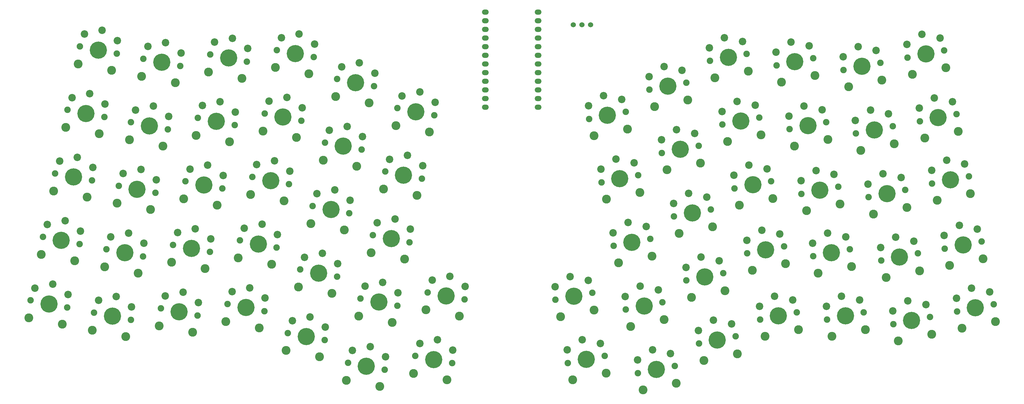
<source format=gbr>
%TF.GenerationSoftware,KiCad,Pcbnew,7.0.1-0*%
%TF.CreationDate,2024-04-27T23:40:22-07:00*%
%TF.ProjectId,swing-atreus,7377696e-672d-4617-9472-6575732e6b69,rev?*%
%TF.SameCoordinates,Original*%
%TF.FileFunction,Soldermask,Bot*%
%TF.FilePolarity,Negative*%
%FSLAX46Y46*%
G04 Gerber Fmt 4.6, Leading zero omitted, Abs format (unit mm)*
G04 Created by KiCad (PCBNEW 7.0.1-0) date 2024-04-27 23:40:22*
%MOMM*%
%LPD*%
G01*
G04 APERTURE LIST*
%ADD10C,2.200000*%
%ADD11C,1.900000*%
%ADD12C,2.600000*%
%ADD13C,5.050000*%
%ADD14C,1.524000*%
%ADD15O,2.000000X1.500000*%
G04 APERTURE END LIST*
D10*
%TO.C,SW54*%
X315496195Y-72062533D03*
X320805030Y-73169905D03*
X311086921Y-75058914D03*
D11*
X322020918Y-76804684D03*
D12*
X322503230Y-81906387D03*
D13*
X316621968Y-77854133D03*
D12*
X312696498Y-83863558D03*
D11*
X311223018Y-78903582D03*
%TD*%
D10*
%TO.C,SW2*%
X240765745Y-86435853D03*
X246074580Y-87543225D03*
X236356471Y-89432234D03*
D11*
X247290468Y-91178004D03*
D12*
X247772780Y-96279707D03*
D13*
X241891518Y-92227453D03*
D12*
X237966048Y-98236878D03*
D11*
X236492568Y-93276902D03*
%TD*%
D10*
%TO.C,SW35*%
X244415657Y-105081999D03*
X249724492Y-106189371D03*
X240006383Y-108078380D03*
D11*
X250940380Y-109824150D03*
D12*
X251422692Y-114925853D03*
D13*
X245541430Y-110873599D03*
D12*
X241615960Y-116883024D03*
D11*
X240142480Y-111923048D03*
%TD*%
D10*
%TO.C,SW36*%
X247967405Y-123747227D03*
X253276240Y-124854599D03*
X243558131Y-126743608D03*
D11*
X254492128Y-128489378D03*
D12*
X254974440Y-133591081D03*
D13*
X249093178Y-129538827D03*
D12*
X245167708Y-135548252D03*
D11*
X243694228Y-130588276D03*
%TD*%
D10*
%TO.C,SW37*%
X251548465Y-142432224D03*
X256857300Y-143539596D03*
X247139191Y-145428605D03*
D11*
X258073188Y-147174375D03*
D12*
X258555500Y-152276078D03*
D13*
X252674238Y-148223824D03*
D12*
X248748768Y-154233249D03*
D11*
X247275288Y-149273273D03*
%TD*%
%TO.C,SW39*%
X254233751Y-84709314D03*
D12*
X255707231Y-89669290D03*
D13*
X259632701Y-83659865D03*
D12*
X265513963Y-87712119D03*
D11*
X265031651Y-82610416D03*
D10*
X254097654Y-80864646D03*
X263815763Y-78975637D03*
X258506928Y-77868265D03*
%TD*%
D11*
%TO.C,SW40*%
X257893892Y-103277068D03*
D12*
X259367372Y-108237044D03*
D13*
X263292842Y-102227619D03*
D12*
X269174104Y-106279873D03*
D11*
X268691792Y-101178170D03*
D10*
X257757795Y-99432400D03*
X267475904Y-97543391D03*
X262167069Y-96436019D03*
%TD*%
D11*
%TO.C,SW41*%
X261450411Y-121966836D03*
D12*
X262923891Y-126926812D03*
D13*
X266849361Y-120917387D03*
D12*
X272730623Y-124969641D03*
D11*
X272248311Y-119867938D03*
D10*
X261314314Y-118122168D03*
X271032423Y-116233159D03*
X265723588Y-115125787D03*
%TD*%
%TO.C,SW38*%
X255129525Y-161117222D03*
X260438360Y-162224594D03*
X250720251Y-164113603D03*
D11*
X261654248Y-165859373D03*
D12*
X262136560Y-170961076D03*
D13*
X256255298Y-166908822D03*
D12*
X252329828Y-172918247D03*
D11*
X250856348Y-167958271D03*
%TD*%
%TO.C,SW42*%
X265099633Y-140740456D03*
D12*
X266573113Y-145700432D03*
D13*
X270498583Y-139691007D03*
D12*
X276379845Y-143743261D03*
D11*
X275897533Y-138641558D03*
D10*
X264963536Y-136895788D03*
X274681645Y-135006779D03*
X269372810Y-133899407D03*
%TD*%
D11*
%TO.C,SW43*%
X268755005Y-159283669D03*
D12*
X270228485Y-164243645D03*
D13*
X274153955Y-158234220D03*
D12*
X280035217Y-162286474D03*
D11*
X279552905Y-157184771D03*
D10*
X268618908Y-155439001D03*
X278337017Y-153549992D03*
X273028182Y-152442620D03*
%TD*%
%TO.C,SW44*%
X276267191Y-69398840D03*
X281576026Y-70506212D03*
X271857917Y-72395221D03*
D11*
X282791914Y-74140991D03*
D12*
X283274226Y-79242694D03*
D13*
X277392964Y-75190440D03*
D12*
X273467494Y-81199865D03*
D11*
X271994014Y-76239889D03*
%TD*%
D10*
%TO.C,SW45*%
X279955954Y-88113838D03*
X285264789Y-89221210D03*
X275546680Y-91110219D03*
D11*
X286480677Y-92855989D03*
D12*
X286962989Y-97957692D03*
D13*
X281081727Y-93905438D03*
D12*
X277156257Y-99914863D03*
D11*
X275682777Y-94954887D03*
%TD*%
D10*
%TO.C,SW47*%
X287208708Y-125950106D03*
X292517543Y-127057478D03*
X282799434Y-128946487D03*
D11*
X293733431Y-130692257D03*
D12*
X294215743Y-135793960D03*
D13*
X288334481Y-131741706D03*
D12*
X284409011Y-137751131D03*
D11*
X282935531Y-132791155D03*
%TD*%
%TO.C,SW48*%
X286708779Y-152202833D03*
D12*
X288182259Y-157162809D03*
D13*
X292107729Y-151153384D03*
D12*
X297988991Y-155205638D03*
D11*
X297506679Y-150103935D03*
D10*
X286572682Y-148358165D03*
X296290791Y-146469156D03*
X290981956Y-145361784D03*
%TD*%
%TO.C,SW49*%
X295798531Y-70695916D03*
X301107366Y-71803288D03*
X291389257Y-73692297D03*
D11*
X302323254Y-75438067D03*
D12*
X302805566Y-80539770D03*
D13*
X296924304Y-76487516D03*
D12*
X292998834Y-82496941D03*
D11*
X291525354Y-77536965D03*
%TD*%
D10*
%TO.C,SW46*%
X283468162Y-106837687D03*
X288776997Y-107945059D03*
X279058888Y-109834068D03*
D11*
X289992885Y-111579838D03*
D12*
X290475197Y-116681541D03*
D13*
X284593935Y-112629287D03*
D12*
X280668465Y-118638712D03*
D11*
X279194985Y-113678736D03*
%TD*%
D10*
%TO.C,SW50*%
X299624308Y-89460685D03*
X304933143Y-90568057D03*
X295215034Y-92457066D03*
D11*
X306149031Y-94202836D03*
D12*
X306631343Y-99304539D03*
D13*
X300750081Y-95252285D03*
D12*
X296824611Y-101261710D03*
D11*
X295351131Y-96301734D03*
%TD*%
D10*
%TO.C,SW51*%
X303139907Y-108464022D03*
X308448742Y-109571394D03*
X298730633Y-111460403D03*
D11*
X309664630Y-113206173D03*
D12*
X310146942Y-118307876D03*
D13*
X304265680Y-114255622D03*
D12*
X300340210Y-120265047D03*
D11*
X298866730Y-115305071D03*
%TD*%
D10*
%TO.C,SW52*%
X306551250Y-126799990D03*
X311860085Y-127907362D03*
X302141976Y-129796371D03*
D11*
X313075973Y-131542141D03*
D12*
X313558285Y-136643844D03*
D13*
X307677023Y-132591590D03*
D12*
X303751553Y-138601015D03*
D11*
X302278073Y-133641039D03*
%TD*%
D10*
%TO.C,SW53*%
X310642894Y-145360272D03*
X315951729Y-146467644D03*
X306233620Y-148356653D03*
D11*
X317167617Y-150102423D03*
D12*
X317649929Y-155204126D03*
D13*
X311768667Y-151151872D03*
D12*
X307843197Y-157161297D03*
D11*
X306369717Y-152201321D03*
%TD*%
D10*
%TO.C,SW55*%
X319121566Y-90713449D03*
X324430401Y-91820821D03*
X314712292Y-93709830D03*
D11*
X325646289Y-95455600D03*
D12*
X326128601Y-100557303D03*
D13*
X320247339Y-96505049D03*
D12*
X316321869Y-102514474D03*
D11*
X314848389Y-97554498D03*
%TD*%
D10*
%TO.C,SW56*%
X322834870Y-109423677D03*
X328143705Y-110531049D03*
X318425596Y-112420058D03*
D11*
X329359593Y-114165828D03*
D12*
X329841905Y-119267531D03*
D13*
X323960643Y-115215277D03*
D12*
X320035173Y-121224702D03*
D11*
X318561693Y-116264726D03*
%TD*%
D10*
%TO.C,SW57*%
X326533862Y-128060283D03*
X331842697Y-129167655D03*
X322124588Y-131056664D03*
D11*
X333058585Y-132802434D03*
D12*
X333540897Y-137904137D03*
D13*
X327659635Y-133851883D03*
D12*
X323734165Y-139861308D03*
D11*
X322260685Y-134901332D03*
%TD*%
D10*
%TO.C,SW58*%
X330085611Y-146725510D03*
X335394446Y-147832882D03*
X325676337Y-149721891D03*
D11*
X336610334Y-151467661D03*
D12*
X337092646Y-156569364D03*
D13*
X331211384Y-152517110D03*
D12*
X327285914Y-158526535D03*
D11*
X325812434Y-153566559D03*
%TD*%
D10*
%TO.C,SW59*%
X334269815Y-68413311D03*
X339578650Y-69520683D03*
X329860541Y-71409692D03*
D11*
X340794538Y-73155462D03*
D12*
X341276850Y-78257165D03*
D13*
X335395588Y-74204911D03*
D12*
X331470118Y-80214336D03*
D11*
X329996638Y-75254360D03*
%TD*%
D10*
%TO.C,SW60*%
X337880186Y-87118079D03*
X343189021Y-88225451D03*
X333470912Y-90114460D03*
D11*
X344404909Y-91860230D03*
D12*
X344887221Y-96961933D03*
D13*
X339005959Y-92909679D03*
D12*
X335080489Y-98919104D03*
D11*
X333607009Y-93959128D03*
%TD*%
D10*
%TO.C,SW61*%
X341487855Y-105415885D03*
X346796690Y-106523257D03*
X337078581Y-108412266D03*
D11*
X348012578Y-110158036D03*
D12*
X348494890Y-115259739D03*
D13*
X342613628Y-111207485D03*
D12*
X338688158Y-117216910D03*
D11*
X337214678Y-112256934D03*
%TD*%
D10*
%TO.C,SW63*%
X348795839Y-143012206D03*
X354104674Y-144119578D03*
X344386565Y-146008587D03*
D11*
X355320562Y-147754357D03*
D12*
X355802874Y-152856060D03*
D13*
X349921612Y-148803806D03*
D12*
X345996142Y-154813231D03*
D11*
X344522662Y-149853255D03*
%TD*%
D10*
%TO.C,SW64*%
X230927219Y-139589719D03*
X236236054Y-140697091D03*
X226517945Y-142586100D03*
D11*
X237451942Y-144331870D03*
D12*
X237934254Y-149433573D03*
D13*
X232052992Y-145381319D03*
D12*
X228127522Y-151390744D03*
D11*
X226654042Y-146430768D03*
%TD*%
D10*
%TO.C,SW65*%
X234538279Y-158167013D03*
X239847114Y-159274385D03*
X230129005Y-161163394D03*
D11*
X241063002Y-162909164D03*
D12*
X241545314Y-168010867D03*
D13*
X235664052Y-163958613D03*
D12*
X231738582Y-169968038D03*
D11*
X230265102Y-165008062D03*
%TD*%
D10*
%TO.C,SW62*%
X345203860Y-124533075D03*
X350512695Y-125640447D03*
X340794586Y-127529456D03*
D11*
X351728583Y-129275226D03*
D12*
X352210895Y-134376929D03*
D13*
X346329633Y-130324675D03*
D12*
X342404163Y-136334100D03*
D11*
X340930683Y-131374124D03*
%TD*%
D14*
%TO.C,SW1*%
X236915000Y-65602500D03*
X234375000Y-65602500D03*
X231835000Y-65602500D03*
%TD*%
D11*
%TO.C,SW3*%
X87008716Y-71983052D03*
D12*
X86516864Y-77133836D03*
D13*
X92407666Y-73032501D03*
D12*
X96342676Y-78992845D03*
D11*
X97806616Y-74081950D03*
D10*
X88322767Y-68367354D03*
X98040876Y-70256363D03*
X93533439Y-67240901D03*
%TD*%
D11*
%TO.C,SW4*%
X83383345Y-90633968D03*
D12*
X82891493Y-95784752D03*
D13*
X88782295Y-91683417D03*
D12*
X92717305Y-97643761D03*
D11*
X94181245Y-92732866D03*
D10*
X84697396Y-87018270D03*
X94415505Y-88907279D03*
X89908068Y-85891817D03*
%TD*%
D11*
%TO.C,SW5*%
X79757975Y-109284885D03*
D12*
X79266123Y-114435669D03*
D13*
X85156925Y-110334334D03*
D12*
X89091935Y-116294678D03*
D11*
X90555875Y-111383783D03*
D10*
X81072026Y-105669187D03*
X90790135Y-107558196D03*
X86282698Y-104542734D03*
%TD*%
D11*
%TO.C,SW6*%
X76132604Y-127935801D03*
D12*
X75640752Y-133086585D03*
D13*
X81531554Y-128985250D03*
D12*
X85466564Y-134945594D03*
D11*
X86930504Y-130034699D03*
D10*
X77446655Y-124320103D03*
X87164764Y-126209112D03*
X82657327Y-123193650D03*
%TD*%
D11*
%TO.C,SW7*%
X72507233Y-146586718D03*
D12*
X72015381Y-151737502D03*
D13*
X77906183Y-147636167D03*
D12*
X81841193Y-153596511D03*
D11*
X83305133Y-148685616D03*
D10*
X73821284Y-142971020D03*
X83539393Y-144860029D03*
X79031956Y-141844567D03*
%TD*%
D11*
%TO.C,SW8*%
X105659633Y-75608423D03*
D12*
X105167781Y-80759207D03*
D13*
X111058583Y-76657872D03*
D12*
X114993593Y-82618216D03*
D11*
X116457533Y-77707321D03*
D10*
X106973684Y-71992725D03*
X116691793Y-73881734D03*
X112184356Y-70866272D03*
%TD*%
D11*
%TO.C,SW9*%
X102034262Y-94259339D03*
D12*
X101542410Y-99410123D03*
D13*
X107433212Y-95308788D03*
D12*
X111368222Y-101269132D03*
D11*
X112832162Y-96358237D03*
D10*
X103348313Y-90643641D03*
X113066422Y-92532650D03*
X108558985Y-89517188D03*
%TD*%
D11*
%TO.C,SW10*%
X98408891Y-112910256D03*
D12*
X97917039Y-118061040D03*
D13*
X103807841Y-113959705D03*
D12*
X107742851Y-119920049D03*
D11*
X109206791Y-115009154D03*
D10*
X99722942Y-109294558D03*
X109441051Y-111183567D03*
X104933614Y-108168105D03*
%TD*%
D11*
%TO.C,SW11*%
X94783520Y-131561172D03*
D12*
X94291668Y-136711956D03*
D13*
X100182470Y-132610621D03*
D12*
X104117480Y-138570965D03*
D11*
X105581420Y-133660070D03*
D10*
X96097571Y-127945474D03*
X105815680Y-129834483D03*
X101308243Y-126819021D03*
%TD*%
D11*
%TO.C,SW12*%
X91158149Y-150212089D03*
D12*
X90666297Y-155362873D03*
D13*
X96557099Y-151261538D03*
D12*
X100492109Y-157221882D03*
D11*
X101956049Y-152310987D03*
D10*
X92472200Y-146596391D03*
X102190309Y-148485400D03*
X97682872Y-145469938D03*
%TD*%
D11*
%TO.C,SW13*%
X125264594Y-74325658D03*
D12*
X124772742Y-79476442D03*
D13*
X130663544Y-75375107D03*
D12*
X134598554Y-81335451D03*
D11*
X136062494Y-76424556D03*
D10*
X126578645Y-70709960D03*
X136296754Y-72598969D03*
X131789317Y-69583507D03*
%TD*%
D11*
%TO.C,SW14*%
X121639223Y-92976574D03*
D12*
X121147371Y-98127358D03*
D13*
X127038173Y-94026023D03*
D12*
X130973183Y-99986367D03*
D11*
X132437123Y-95075472D03*
D10*
X122953274Y-89360876D03*
X132671383Y-91249885D03*
X128163946Y-88234423D03*
%TD*%
D11*
%TO.C,SW15*%
X118013853Y-111627491D03*
D12*
X117522001Y-116778275D03*
D13*
X123412803Y-112676940D03*
D12*
X127347813Y-118637284D03*
D11*
X128811753Y-113726389D03*
D10*
X119327904Y-108011793D03*
X129046013Y-109900802D03*
X124538576Y-106885340D03*
%TD*%
D11*
%TO.C,SW16*%
X114388482Y-130278407D03*
D12*
X113896630Y-135429191D03*
D13*
X119787432Y-131327856D03*
D12*
X123722442Y-137288200D03*
D11*
X125186382Y-132377305D03*
D10*
X115702533Y-126662709D03*
X125420642Y-128551718D03*
X120913205Y-125536256D03*
%TD*%
D11*
%TO.C,SW17*%
X110763111Y-148929324D03*
D12*
X110271259Y-154080108D03*
D13*
X116162061Y-149978773D03*
D12*
X120097071Y-155939117D03*
D11*
X121561011Y-151028222D03*
D10*
X112077162Y-145313626D03*
X121795271Y-147202635D03*
X117287834Y-144187173D03*
%TD*%
D11*
%TO.C,SW18*%
X144869556Y-73042893D03*
D12*
X144377704Y-78193677D03*
D13*
X150268506Y-74092342D03*
D12*
X154203516Y-80052686D03*
D11*
X155667456Y-75141791D03*
D10*
X146183607Y-69427195D03*
X155901716Y-71316204D03*
X151394279Y-68300742D03*
%TD*%
D11*
%TO.C,SW19*%
X141244185Y-91693809D03*
D12*
X140752333Y-96844593D03*
D13*
X146643135Y-92743258D03*
D12*
X150578145Y-98703602D03*
D11*
X152042085Y-93792707D03*
D10*
X142558236Y-88078111D03*
X152276345Y-89967120D03*
X147768908Y-86951658D03*
%TD*%
D11*
%TO.C,SW20*%
X137618814Y-110344726D03*
D12*
X137126962Y-115495510D03*
D13*
X143017764Y-111394175D03*
D12*
X146952774Y-117354519D03*
D11*
X148416714Y-112443624D03*
D10*
X138932865Y-106729028D03*
X148650974Y-108618037D03*
X144143537Y-105602575D03*
%TD*%
D11*
%TO.C,SW21*%
X133993443Y-128995642D03*
D12*
X133501591Y-134146426D03*
D13*
X139392393Y-130045091D03*
D12*
X143327403Y-136005435D03*
D11*
X144791343Y-131094540D03*
D10*
X135307494Y-125379944D03*
X145025603Y-127268953D03*
X140518166Y-124253491D03*
%TD*%
D11*
%TO.C,SW22*%
X130368072Y-147646559D03*
D12*
X129876220Y-152797343D03*
D13*
X135767022Y-148696008D03*
D12*
X139702032Y-154656352D03*
D11*
X141165972Y-149745457D03*
D10*
X131682123Y-144030861D03*
X141400232Y-145919870D03*
X136892795Y-142904408D03*
%TD*%
D11*
%TO.C,SW23*%
X162566427Y-81576400D03*
D12*
X162074575Y-86727184D03*
D13*
X167965377Y-82625849D03*
D12*
X171900387Y-88586193D03*
D11*
X173364327Y-83675298D03*
D10*
X163880478Y-77960702D03*
X173598587Y-79849711D03*
X169091150Y-76834249D03*
%TD*%
D11*
%TO.C,SW24*%
X158941056Y-100227316D03*
D12*
X158449204Y-105378100D03*
D13*
X164340006Y-101276765D03*
D12*
X168275016Y-107237109D03*
D11*
X169738956Y-102326214D03*
D10*
X160255107Y-96611618D03*
X169973216Y-98500627D03*
X165465779Y-95485165D03*
%TD*%
D11*
%TO.C,SW25*%
X155315685Y-118878233D03*
D12*
X154823833Y-124029017D03*
D13*
X160714635Y-119927682D03*
D12*
X164649645Y-125888026D03*
D11*
X166113585Y-120977131D03*
D10*
X156629736Y-115262535D03*
X166347845Y-117151544D03*
X161840408Y-114136082D03*
%TD*%
D11*
%TO.C,SW26*%
X151690315Y-137529149D03*
D12*
X151198463Y-142679933D03*
D13*
X157089265Y-138578598D03*
D12*
X161024275Y-144538942D03*
D11*
X162488215Y-139628047D03*
D10*
X153004366Y-133913451D03*
X162722475Y-135802460D03*
X158215038Y-132786998D03*
%TD*%
D11*
%TO.C,SW27*%
X148064944Y-156180066D03*
D12*
X147573092Y-161330850D03*
D13*
X153463894Y-157229515D03*
D12*
X157398904Y-163189859D03*
D11*
X158862844Y-158278964D03*
D10*
X149378995Y-152564368D03*
X159097104Y-154453377D03*
X154589667Y-151437915D03*
%TD*%
D11*
%TO.C,SW28*%
X180263299Y-90109906D03*
D12*
X179771447Y-95260690D03*
D13*
X185662249Y-91159355D03*
D12*
X189597259Y-97119699D03*
D11*
X191061199Y-92208804D03*
D10*
X181577350Y-86494208D03*
X191295459Y-88383217D03*
X186788022Y-85367755D03*
%TD*%
D11*
%TO.C,SW29*%
X176637928Y-108760823D03*
D12*
X176146076Y-113911607D03*
D13*
X182036878Y-109810272D03*
D12*
X185971888Y-115770616D03*
D11*
X187435828Y-110859721D03*
D10*
X177951979Y-105145125D03*
X187670088Y-107034134D03*
X183162651Y-104018672D03*
%TD*%
D11*
%TO.C,SW30*%
X173012557Y-127411739D03*
D12*
X172520705Y-132562523D03*
D13*
X178411507Y-128461188D03*
D12*
X182346517Y-134421532D03*
D11*
X183810457Y-129510637D03*
D10*
X174326608Y-123796041D03*
X184044717Y-125685050D03*
X179537280Y-122669588D03*
%TD*%
D11*
%TO.C,SW31*%
X169387186Y-146062656D03*
D12*
X168895334Y-151213440D03*
D13*
X174786136Y-147112105D03*
D12*
X178721146Y-153072449D03*
D11*
X180185086Y-148161554D03*
D10*
X170701237Y-142446958D03*
X180419346Y-144335967D03*
X175911909Y-141320505D03*
%TD*%
D11*
%TO.C,SW32*%
X165723654Y-164909898D03*
D12*
X165231802Y-170060682D03*
D13*
X171122604Y-165959347D03*
D12*
X175057614Y-171919691D03*
D11*
X176521554Y-167008796D03*
D10*
X167037705Y-161294200D03*
X176755814Y-163183209D03*
X172248377Y-160167747D03*
%TD*%
D11*
%TO.C,SW33*%
X189121633Y-144244766D03*
D12*
X188629781Y-149395550D03*
D13*
X194520583Y-145294215D03*
D12*
X198455593Y-151254559D03*
D11*
X199919533Y-146343664D03*
D10*
X190435684Y-140629068D03*
X200153793Y-142518077D03*
X195646356Y-139502615D03*
%TD*%
D11*
%TO.C,SW34*%
X185491492Y-162920223D03*
D12*
X184999640Y-168071007D03*
D13*
X190890442Y-163969672D03*
D12*
X194825452Y-169930016D03*
D11*
X196289392Y-165019121D03*
D10*
X186805543Y-159304525D03*
X196523652Y-161193534D03*
X192016215Y-158178072D03*
%TD*%
D15*
%TO.C,U1*%
X221575000Y-61920000D03*
X221575000Y-64460000D03*
X221575000Y-67000000D03*
X221575000Y-69540000D03*
X221575000Y-72080000D03*
X221575000Y-74620000D03*
X221575000Y-77160000D03*
X221575000Y-79700000D03*
X221575000Y-82240000D03*
X221575000Y-84780000D03*
X221575000Y-87320000D03*
X221575000Y-89860000D03*
X206075000Y-89860000D03*
X206075000Y-87320000D03*
X206075000Y-84780000D03*
X206075000Y-82240000D03*
X206075000Y-79700000D03*
X206075000Y-77160000D03*
X206075000Y-74620000D03*
X206075000Y-72080000D03*
X206075000Y-69540000D03*
X206075000Y-67000000D03*
X206075000Y-64460000D03*
X206075000Y-61920000D03*
%TD*%
M02*

</source>
